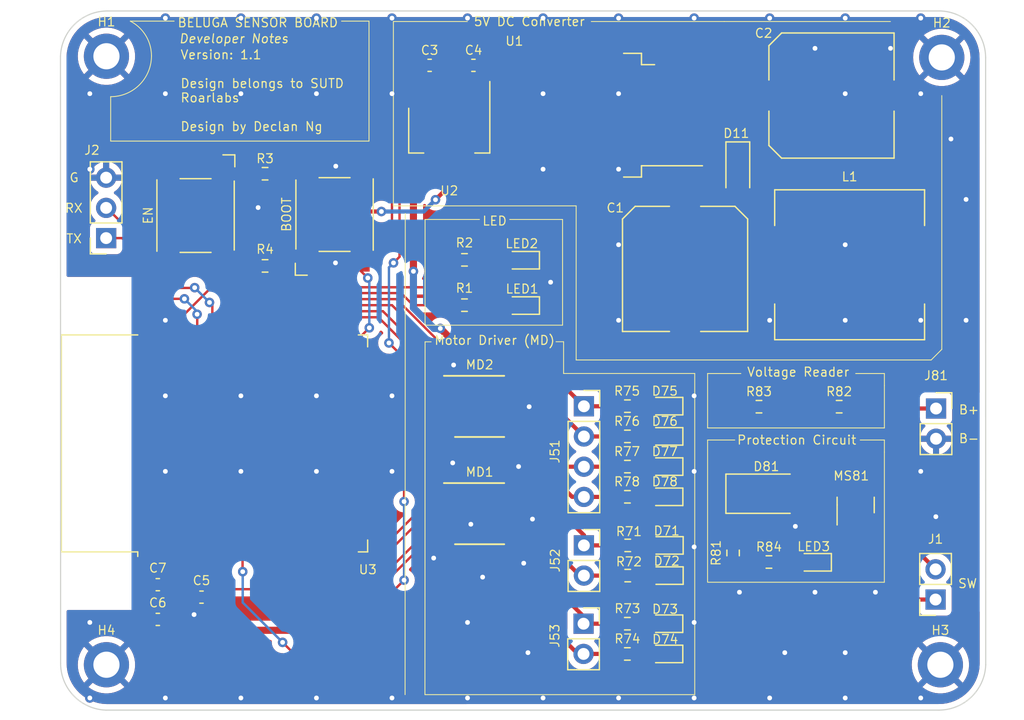
<source format=kicad_pcb>
(kicad_pcb (version 20211014) (generator pcbnew)
  (layers (0 "F.Cu" signal) (31 "B.Cu" signal) (34 "B.Paste" user) (35 "F.Paste" user) (36 "B.SilkS" user "B.Silkscreen") (37 "F.SilkS" user "F.Silkscreen") (38 "B.Mask" user) (39 "F.Mask" user) (44 "Edge.Cuts" user))
  (net 0 "")
  (net 2 "Net-(J1-Pad2)")
  (net 19 "VIN")
  (net 20 "TX")
  (net 21 "RX")
  (net 22 "O3D")
  (net 23 "O3C")
  (net 24 "O3B")
  (net 25 "O3A")
  (net 26 "O2B")
  (net 27 "O2A")
  (net 28 "O1B")
  (net 29 "O1A")
  (net 30 "Net-(LED3-Pad2)")
  (net 31 "Net-(LED2-Pad2)")
  (net 32 "Net-(LED1-Pad2)")
  (net 33 "Net-(D81-Pad2)")
  (net 34 "Net-(D78-Pad2)")
  (net 35 "Net-(D77-Pad2)")
  (net 36 "Net-(D76-Pad2)")
  (net 37 "Net-(D75-Pad2)")
  (net 38 "Net-(D74-Pad2)")
  (net 39 "Net-(D73-Pad2)")
  (net 40 "Net-(D72-Pad2)")
  (net 41 "Net-(D71-Pad2)")
  (net 42 "Net-(D11-Pad1)")
  (net 43 "M3D")
  (net 44 "M3C")
  (net 45 "M3B")
  (net 46 "M3A")
  (net 47 "M2B")
  (net 48 "M2A")
  (net 49 "M1B")
  (net 50 "M1A")
  (net 51 "GND")
  (net 52 "EN")
  (net 53 "BOOT")
  (net 54 "BAT")
  (net 55 "B+")
  (net 56 "3.3V")
  (net 57 "2")
  (net 58 "12V")
  (net 59 "/GPIO22")
  (net 60 "/GPIO21")
  (footprint "Connector_PinSocket_2.54mm:PinSocket_1x02_P2.54mm_Vertical" (layer "F.Cu") (at 187.585 88.773)
    (fp_text reference "J52")
    (fp_text value "MD1")
  )
  (footprint "Connector_PinSocket_2.54mm:PinSocket_1x02_P2.54mm_Vertical" (layer "F.Cu") (at 187.554 95.357)
    (fp_text reference "J53")
    (fp_text value "MD1")
  )
  (footprint "Capacitor_SMD:C_Elec_10x10.2" (layer "F.Cu") (at 196.088 65.532 -90)
    (fp_text reference "C1")
    (fp_text value "470uF")
  )
  (footprint "Resistor_SMD:R_0603_1608Metric" (layer "F.Cu") (at 202.301 77.1144 180)
    (fp_text reference "R83")
    (fp_text value "5K")
  )
  (footprint "LED_SMD:LED_0603_1608Metric" (layer "F.Cu") (at 206.90235 90.1954 180)
    (fp_text reference "LED3")
    (fp_text value "LED")
  )
  (footprint "MountingHole:MountingHole_2.2mm_M2_DIN965_Pad" (layer "F.Cu") (at 217.551 98.8081)
    (fp_text reference "H3")
    (fp_text value "MountingHole_Pad")
  )
  (footprint "LED_SMD:LED_0603_1608Metric" (layer "F.Cu") (at 194.418 79.609 180)
    (fp_text reference "D76")
    (fp_text value "LED")
  )
  (footprint "Capacitor_SMD:C_Elec_10x10.2" (layer "F.Cu") (at 208.397 50.959)
    (fp_text reference "C2")
    (fp_text value "330uF / 35V")
  )
  (footprint "Capacitor_SMD:C_0603_1608Metric" (layer "F.Cu") (at 151.765 94.996 180)
    (fp_text reference "C6")
    (fp_text value "22uF")
  )
  (footprint "Resistor_SMD:R_0603_1608Metric" (layer "F.Cu") (at 191.268 91.313)
    (fp_text reference "R72")
    (fp_text value "R")
  )
  (footprint "Resistor_SMD:R_0603_1608Metric" (layer "F.Cu") (at 177.546 64.77)
    (fp_text reference "R2")
    (fp_text value "1K")
  )
  (footprint "Package_TO_SOT_SMD:TO-263-5_TabPin3" (layer "F.Cu") (at 189.474 52.61 180)
    (fp_text reference "U1")
    (fp_text value "LM2596S-12")
  )
  (footprint "Diode_SMD:D_SMA" (layer "F.Cu") (at 202.9206 84.4296)
    (fp_text reference "D81")
    (fp_text value "SS14")
  )
  (footprint "Button_Switch_SMD:SW_SPST_Omron_B3FS-100xP" (layer "F.Cu") (at 154.94 61.045 -90)
    (fp_text reference "SW1" hide)
    (fp_text value "SW_Push")
  )
  (footprint "LED_SMD:LED_0603_1608Metric" (layer "F.Cu") (at 194.418 82.149 180)
    (fp_text reference "D77")
    (fp_text value "LED")
  )
  (footprint "Package_TO_SOT_SMD:SOT-223-3_TabPin2" (layer "F.Cu") (at 176.266 53.88 -90)
    (fp_text reference "U2")
    (fp_text value "AMS1117-3.3")
  )
  (footprint "Button_Switch_SMD:SW_SPST_Omron_B3FS-100xP" (layer "F.Cu") (at 166.624 60.96 90)
    (fp_text reference "SW2" hide)
    (fp_text value "SW_Push")
  )
  (footprint "Package_SO:SSOP-10_3.9x4.9mm_P1.00mm" (layer "F.Cu") (at 178.816 77.089)
    (fp_text reference "MD2")
    (fp_text value "A3909")
  )
  (footprint "Diode_SMD:D_SOD-123F" (layer "F.Cu") (at 200.523 57.055 -90)
    (fp_text reference "D11")
    (fp_text value "SK32")
  )
  (footprint "Connector_PinSocket_2.54mm:PinSocket_1x02_P2.54mm_Vertical" (layer "F.Cu") (at 217.145 93.325 180)
    (fp_text reference "J1")
    (fp_text value "Conn_01x02_Male")
  )
  (footprint "MountingHole:MountingHole_2.2mm_M2_DIN965_Pad" (layer "F.Cu") (at 147.447 98.806)
    (fp_text reference "H4")
    (fp_text value "MountingHole_Pad")
  )
  (footprint "Connector_PinSocket_2.54mm:PinSocket_1x04_P2.54mm_Vertical" (layer "F.Cu") (at 187.585 77.079)
    (fp_text reference "J51")
    (fp_text value "MD2")
  )
  (footprint "Resistor_SMD:R_0603_1608Metric" (layer "F.Cu") (at 177.546 68.58)
    (fp_text reference "R1")
    (fp_text value "1K")
  )
  (footprint "LED_SMD:LED_0603_1608Metric" (layer "F.Cu") (at 194.443 91.313 180)
    (fp_text reference "D72")
    (fp_text value "LED")
  )
  (footprint "Resistor_SMD:R_0603_1608Metric" (layer "F.Cu") (at 200.1266 89.408 90)
    (fp_text reference "R81")
    (fp_text value "100K")
  )
  (footprint "Inductor_SMD:L_12x12mm_H8mm" (layer "F.Cu") (at 209.921 65.183)
    (fp_text reference "L1")
    (fp_text value "33uH / 3A")
  )
  (footprint "LED_SMD:LED_0603_1608Metric" (layer "F.Cu") (at 194.412 97.897 180)
    (fp_text reference "D74")
    (fp_text value "LED")
  )
  (footprint "Resistor_SMD:R_0603_1608Metric" (layer "F.Cu") (at 191.268 88.773)
    (fp_text reference "R71")
    (fp_text value "R")
  )
  (footprint "Capacitor_SMD:C_0603_1608Metric" (layer "F.Cu") (at 178.298 48.419)
    (fp_text reference "C4")
    (fp_text value "22uF")
  )
  (footprint "Resistor_SMD:R_0603_1608Metric" (layer "F.Cu") (at 191.243 82.149)
    (fp_text reference "R77")
    (fp_text value "R")
  )
  (footprint "Package_SO:SSOP-10_3.9x4.9mm_P1.00mm" (layer "F.Cu") (at 178.816 86.106)
    (fp_text reference "MD1")
    (fp_text value "A3909")
  )
  (footprint "LED_SMD:LED_0603_1608Metric" (layer "F.Cu") (at 182.362 68.612 180)
    (fp_text reference "LED1")
    (fp_text value "LED")
  )
  (footprint "LED_SMD:LED_0603_1608Metric" (layer "F.Cu") (at 194.418 77.069 180)
    (fp_text reference "D75")
    (fp_text value "LED")
  )
  (footprint "Package_TO_SOT_SMD:SOT-23" (layer "F.Cu") (at 210.429 85.376 90)
    (fp_text reference "MS81")
    (fp_text value "RU20P3")
  )
  (footprint "MountingHole:MountingHole_2.2mm_M2_DIN965_Pad" (layer "F.Cu") (at 147.447 47.6549)
    (fp_text reference "H1")
    (fp_text value "MountingHole_Pad")
  )
  (footprint "Resistor_SMD:R_0603_1608Metric" (layer "F.Cu") (at 209.042 77.1144 180)
    (fp_text reference "R82")
    (fp_text value "1K")
  )
  (footprint "LED_SMD:LED_0603_1608Metric" (layer "F.Cu") (at 194.412 95.357 180)
    (fp_text reference "D73")
    (fp_text value "LED")
  )
  (footprint "RF_Module:ESP32-WROOM-32" (layer "F.Cu") (at 159.524 80.2005 90)
    (fp_text reference "U3")
    (fp_text value "ESP32-WROOM-32")
  )
  (footprint "Resistor_SMD:R_0603_1608Metric" (layer "F.Cu") (at 160.782 57.531)
    (fp_text reference "R3")
    (fp_text value "1K")
  )
  (footprint "MountingHole:MountingHole_2.2mm_M2_DIN965_Pad" (layer "F.Cu") (at 217.668 47.752)
    (fp_text reference "H2")
    (fp_text value "MountingHole_Pad")
  )
  (footprint "Capacitor_SMD:C_0603_1608Metric" (layer "F.Cu") (at 155.438 93.123 180)
    (fp_text reference "C5")
    (fp_text value "10uF")
  )
  (footprint "Connector_PinSocket_2.54mm:PinSocket_1x03_P2.54mm_Vertical" (layer "F.Cu") (at 147.4216 62.9412 180)
    (fp_text reference "J2")
    (fp_text value "Conn_01x03_Male")
  )
  (footprint "Resistor_SMD:R_0603_1608Metric" (layer "F.Cu") (at 191.243 77.069)
    (fp_text reference "R75")
    (fp_text value "R")
  )
  (footprint "Capacitor_SMD:C_0603_1608Metric" (layer "F.Cu") (at 174.615 48.419)
    (fp_text reference "C3")
    (fp_text value "22uF")
  )
  (footprint "Connector_PinSocket_2.54mm:PinSocket_1x02_P2.54mm_Vertical" (layer "F.Cu") (at 217.185 77.268)
    (fp_text reference "J81")
    (fp_text value "Conn_01x02_Male")
  )
  (footprint "Resistor_SMD:R_0603_1608Metric" (layer "F.Cu") (at 203.139475 90.17)
    (fp_text reference "R84")
    (fp_text value "1K")
  )
  (footprint "Resistor_SMD:R_0603_1608Metric" (layer "F.Cu") (at 191.237 95.357)
    (fp_text reference "R73")
    (fp_text value "R")
  )
  (footprint "Resistor_SMD:R_0603_1608Metric" (layer "F.Cu") (at 160.782 65.278 180)
    (fp_text reference "R4")
    (fp_text value "1K")
  )
  (footprint "LED_SMD:LED_0603_1608Metric" (layer "F.Cu") (at 182.362 64.802 180)
    (fp_text reference "LED2")
    (fp_text value "LED")
  )
  (footprint "Resistor_SMD:R_0603_1608Metric" (layer "F.Cu") (at 191.243 84.689)
    (fp_text reference "R78")
    (fp_text value "R")
  )
  (footprint "LED_SMD:LED_0603_1608Metric" (layer "F.Cu") (at 194.443 88.773 180)
    (fp_text reference "D71")
    (fp_text value "LED")
  )
  (footprint "LED_SMD:LED_0603_1608Metric" (layer "F.Cu") (at 194.418 84.689 180)
    (fp_text reference "D78")
    (fp_text value "LED")
  )
  (footprint "Capacitor_SMD:C_0603_1608Metric" (layer "F.Cu") (at 151.765 92.075 180)
    (fp_text reference "C7")
    (fp_text value "0.1uF")
  )
  (footprint "Resistor_SMD:R_0603_1608Metric" (layer "F.Cu") (at 191.237 97.897)
    (fp_text reference "R74")
    (fp_text value "R")
  )
  (footprint "Resistor_SMD:R_0603_1608Metric" (layer "F.Cu") (at 191.243 79.609)
    (fp_text reference "R76")
    (fp_text value "R")
  )
  (gr_line (start 197.9803 91.821) (end 197.983 79.915) (layer "F.SilkS") (width 0.075))
  (gr_line (start 185.791 61.373) (end 185.791 70.263) (layer "F.SilkS") (width 0.075))
  (gr_line (start 167.2082 44.704) (end 169.5196 44.704) (layer "F.SilkS") (width 0.075))
  (gr_line (start 174.234 71.66) (end 174.2186 101.3206) (layer "F.SilkS") (width 0.075))
  (gr_line (start 149.453731 44.704) (end 153.136731 44.704) (layer "F.SilkS") (width 0.075))
  (gr_line (start 210.429 74.327) (end 212.842 74.327) (layer "F.SilkS") (width 0.075))
  (gr_line (start 171.567 44.736) (end 177.79 44.736) (layer "F.SilkS") (width 0.075))
  (gr_line (start 189.2835 73.184) (end 216.779 73.184) (layer "F.SilkS") (width 0.075))
  (gr_line (start 171.567 44.736) (end 171.567 60.23) (layer "F.SilkS") (width 0.075))
  (gr_line (start 147.802731 51.054) (end 147.8026 54.7878) (layer "F.SilkS") (width 0.075))
  (gr_line (start 217.668 72.295) (end 216.779 73.184) (layer "F.SilkS") (width 0.075))
  (gr_line (start 212.8393 91.8718) (end 197.9803 91.8718) (layer "F.SilkS") (width 0.075))
  (gr_line (start 172.5676 60.865) (end 172.5522 101.3206) (layer "F.SilkS") (width 0.075))
  (gr_line (start 174.234 70.263) (end 174.234 61.373) (layer "F.SilkS") (width 0.075))
  (gr_line (start 212.842 80.931) (end 212.842 79.915) (layer "F.SilkS") (width 0.075))
  (gr_line (start 197.983 74.327) (end 197.983 78.899) (layer "F.SilkS") (width 0.075))
  (gr_line (start 199.38 44.736) (end 188.204 44.736) (layer "F.SilkS") (width 0.075))
  (gr_line (start 186.934 60.23) (end 186.934 73.184) (layer "F.SilkS") (width 0.075))
  (gr_line (start 196.9008 101.3206) (end 196.9008 74.3204) (layer "F.SilkS") (width 0.075))
  (gr_line (start 174.234 70.263) (end 185.791 70.263) (layer "F.SilkS") (width 0.075))
  (gr_line (start 185.2422 71.6534) (end 185.8772 71.6534) (layer "F.SilkS") (width 0.075))
  (gr_line (start 171.567 60.23) (end 186.934 60.23) (layer "F.SilkS") (width 0.075))
  (gr_line (start 212.842 79.915) (end 210.81 79.915) (layer "F.SilkS") (width 0.075))
  (gr_line (start 174.234 71.66) (end 174.742 71.66) (layer "F.SilkS") (width 0.075))
  (gr_line (start 169.5196 44.704) (end 169.5196 54.7878) (layer "F.SilkS") (width 0.075))
  (gr_arc (start 151.231731 47.625) (mid 150.2274 50.049669) (end 147.802731 51.054) (layer "F.SilkS") (width 0.075))
  (gr_line (start 212.842 80.931) (end 212.8393 91.8718) (layer "F.SilkS") (width 0.075))
  (gr_line (start 213.35 44.736) (end 199.38 44.736) (layer "F.SilkS") (width 0.075))
  (gr_line (start 181.346 61.373) (end 185.791 61.373) (layer "F.SilkS") (width 0.075))
  (gr_arc (start 149.453731 44.704) (mid 150.752276 45.915211) (end 151.231731 47.625) (layer "F.SilkS") (width 0.075))
  (gr_line (start 200.269 79.915) (end 197.983 79.915) (layer "F.SilkS") (width 0.075))
  (gr_line (start 174.234 61.373) (end 178.806 61.373) (layer "F.SilkS") (width 0.075))
  (gr_line (start 212.842 78.899) (end 212.842 75.343) (layer "F.SilkS") (width 0.075))
  (gr_line (start 147.8026 54.7878) (end 169.5196 54.7878) (layer "F.SilkS") (width 0.075))
  (gr_line (start 197.983 74.327) (end 200.777 74.327) (layer "F.SilkS") (width 0.075))
  (gr_line (start 189.2835 73.184) (end 186.934 73.184) (layer "F.SilkS") (width 0.075))
  (gr_line (start 197.983 78.899) (end 212.842 78.899) (layer "F.SilkS") (width 0.075))
  (gr_line (start 185.8772 74.3204) (end 185.8772 71.6534) (layer "F.SilkS") (width 0.075))
  (gr_line (start 217.668 72.295) (end 217.668 50.959) (layer "F.SilkS") (width 0.075))
  (gr_line (start 196.9008 74.3204) (end 185.8772 74.3204) (layer "F.SilkS") (width 0.075))
  (gr_line (start 212.842 74.327) (end 212.842 75.343) (layer "F.SilkS") (width 0.075))
  (gr_line (start 174.2186 101.3206) (end 196.9008 101.3206) (layer "F.SilkS") (width 0.075))
  (gr_arc (start 143.583058 47.66087) (mid 144.780017 44.958032) (end 147.520057 43.848823) (layer "Edge.Cuts") (width 0.1))
  (gr_arc (start 217.541 43.847001) (mid 220.243872 45.043942) (end 221.353047 47.784) (layer "Edge.Cuts") (width 0.1))
  (gr_line (start 217.541 43.847001) (end 147.520057 43.848823) (layer "Edge.Cuts") (width 0.1))
  (gr_arc (start 147.405104 102.619922) (mid 144.702203 101.422996) (end 143.593057 98.682923) (layer "Edge.Cuts") (width 0.1))
  (gr_line (start 221.353047 47.784) (end 221.361 98.8081) (layer "Edge.Cuts") (width 0.1))
  (gr_arc (start 221.361 98.8081) (mid 220.163352 101.509651) (end 217.424 102.6181) (layer "Edge.Cuts") (width 0.1))
  (gr_line (start 143.583058 47.66087) (end 143.593057 98.682923) (layer "Edge.Cuts") (width 0.1))
  (gr_line (start 147.405104 102.619922) (end 217.424 102.6181) (layer "Edge.Cuts") (width 0.1))
  (gr_text "Version: 1.1\n\nDesign belongs to SUTD \nRoarlabs\n\nDesign by Declan Ng" (at 153.6192 50.546) (layer "F.SilkS") (effects (font (size 0.75 0.75) (thickness 0.1)) (justify left)))
  (gr_text "Voltage Reader" (at 205.603 74.2) (layer "F.SilkS") (effects (font (size 0.75 0.75) (thickness 0.1))))
  (gr_text "G\n" (at 144.7292 57.8612) (layer "F.SilkS") (effects (font (size 0.75 0.75) (thickness 0.1))))
  (gr_text "SW" (at 219.837 91.98) (layer "F.SilkS") (effects (font (size 0.75 0.75) (thickness 0.1))))
  (gr_text "Motor Driver (MD)" (at 180.076 71.533) (layer "F.SilkS") (effects (font (size 0.75 0.75) (thickness 0.1))))
  (gr_text "TX" (at 144.7292 62.992) (layer "F.SilkS") (effects (font (size 0.75 0.75) (thickness 0.1))))
  (gr_text "Protection Circuit" (at 205.476 79.915) (layer "F.SilkS") (effects (font (size 0.75 0.75) (thickness 0.1))))
  (gr_text "B+" (at 219.954 77.375) (layer "F.SilkS") (effects (font (size 0.75 0.75) (thickness 0.1))))
  (gr_text "EN" (at 150.9522 61.0362 90) (layer "F.SilkS") (effects (font (size 0.75 0.75) (thickness 0.1))))
  (gr_text "BOOT" (at 162.5854 60.96 90) (layer "F.SilkS") (effects (font (size 0.75 0.75) (thickness 0.1))))
  (gr_text "BELUGA SENSOR BOARD" (at 160.1724 44.831) (layer "F.SilkS") (effects (font (size 0.75 0.75) (thickness 0.1))))
  (gr_text "B-" (at 219.954 79.788) (layer "F.SilkS") (effects (font (size 0.75 0.75) (thickness 0.1))))
  (gr_text "5V DC Converter" (at 182.997 44.736) (layer "F.SilkS") (effects (font (size 0.75 0.75) (thickness 0.1))))
  (gr_text "LED" (at 180.076 61.5) (layer "F.SilkS") (effects (font (size 0.75 0.75) (thickness 0.1))))
  (gr_text "Developer Notes" (at 158.1658 46.1772) (layer "F.SilkS") (effects (font (size 0.75 0.75) (thickness 0.1) italic)))
  (gr_text "RX" (at 144.7038 60.4266) (layer "F.SilkS") (effects (font (size 0.75 0.75) (thickness 0.1))))
  (segment (start 217.185 77.268) (end 214.981 77.268) (width 0.35) (layer "F.Cu") (net 2))
  (segment (start 215.9 89.408) (end 215.9 89.54) (width 0.35) (layer "F.Cu") (net 2))
  (segment (start 215.9 89.54) (end 217.145 90.785) (width 0.35) (layer "F.Cu") (net 2))
  (segment (start 213.477 86.985) (end 215.9 89.408) (width 0.35) (layer "F.Cu") (net 2))
  (segment (start 213.477 78.772) (end 213.477 86.985) (width 0.35) (layer "F.Cu") (net 2))
  (segment (start 214.981 77.268) (end 213.477 78.772) (width 0.35) (layer "F.Cu") (net 2))
  (segment (start 210.429 84.6925) (end 210.429 82.963) (width 0.6) (layer "F.Cu") (net 19))
  (segment (start 199.0598 63.1444) (end 199.0598 82.5688) (width 1.5) (layer "F.Cu") (net 19))
  (segment (start 201.708 81.058) (end 199.1106 78.4606) (width 0.6) (layer "F.Cu") (net 19))
  (segment (start 208.524 81.058) (end 201.708 81.058) (width 0.6) (layer "F.Cu") (net 19))
  (segment (start 199.0598 82.5688) (end 200.9206 84.4296) (width 1.5) (layer "F.Cu") (net 19))
  (segment (start 210.429 82.963) (end 208.524 81.058) (width 0.6) (layer "F.Cu") (net 19))
  (segment (start 196.084 60.1686) (end 199.0598 63.1444) (width 1.5) (layer "F.Cu") (net 19))
  (segment (start 196.084 56.137) (end 196.084 60.1686) (width 1.5) (layer "F.Cu") (net 19))
  (segment (start 150.5204 64.6938) (end 148.7678 62.9412) (width 0.2) (layer "F.Cu") (net 20))
  (segment (start 150.5204 66.5734) (end 150.5204 64.6938) (width 0.2) (layer "F.Cu") (net 20))
  (segment (start 155.067 69.342) (end 155.079 69.354) (width 0.2) (layer "F.Cu") (net 20))
  (segment (start 155.079 69.354) (end 155.079 71.7005) (width 0.2) (layer "F.Cu") (net 20))
  (segment (start 154.0002 68.0466) (end 151.9936 68.0466) (width 0.2) (layer "F.Cu") (net 20))
  (segment (start 151.9936 68.0466) (end 150.5204 66.5734) (width 0.2) (layer "F.Cu") (net 20))
  (segment (start 148.7678 62.9412) (end 147.4216 62.9412) (width 0.2) (layer "F.Cu") (net 20))
  (via (at 155.067 69.342) (size 0.8) (drill 0.4) (layers "F.Cu" "B.Cu") (net 20))
  (via (at 154.0002 68.0466) (size 0.8) (drill 0.4) (layers "F.Cu" "B.Cu") (net 20))
  (segment (start 155.067 69.1134) (end 155.067 69.342) (width 0.2) (layer "B.Cu") (net 20))
  (segment (start 154.0002 68.0466) (end 155.067 69.1134) (width 0.2) (layer "B.Cu") (net 20))
  (segment (start 147.4724 60.4012) (end 147.4216 60.4012) (width 0.2) (layer "F.Cu") (net 21))
  (segment (start 151.0284 63.9572) (end 147.4724 60.4012) (width 0.2) (layer "F.Cu") (net 21))
  (segment (start 154.8384 67.1322) (end 151.7142 67.1322) (width 0.2) (layer "F.Cu") (net 21))
  (segment (start 154.8638 67.1068) (end 154.8384 67.1322) (width 0.2) (layer "F.Cu") (net 21))
  (segment (start 156.1084 68.3514) (end 156.349 68.592) (width 0.2) (layer "F.Cu") (net 21))
  (segment (start 151.0284 66.4464) (end 151.0284 63.9572) (width 0.2) (layer "F.Cu") (net 21))
  (segment (start 156.349 68.592) (end 156.349 71.7005) (width 0.2) (layer "F.Cu") (net 21))
  (segment (start 151.7142 67.1322) (end 151.0284 66.4464) (width 0.2) (layer "F.Cu") (net 21))
  (via (at 154.8638 67.1068) (size 0.8) (drill 0.4) (layers "F.Cu" "B.Cu") (net 21))
  (via (at 156.1084 68.3514) (size 0.8) (drill 0.4) (layers "F.Cu" "B.Cu") (net 21))
  (segment (start 154.8638 67.1068) (end 156.1084 68.3514) (width 0.2) (layer "B.Cu") (net 21))
  (segment (start 181.366 79.089) (end 181.366 79.4612) (width 0.35) (layer "F.Cu") (net 22))
  (segment (start 181.366 79.4612) (end 186.5884 84.6836) (width 0.35) (layer "F.Cu") (net 22))
  (segment (start 187.5696 84.6836) (end 187.585 84.699) (width 0.35) (layer "F.Cu") (net 22))
  (segment (start 186.5884 84.6836) (end 187.5696 84.6836) (width 0.35) (layer "F.Cu") (net 22))
  (segment (start 190.408 84.699) (end 190.418 84.689) (width 0.35) (layer "F.Cu") (net 22))
  (segment (start 187.585 84.699) (end 190.408 84.699) (width 0.35) (layer "F.Cu") (net 22))
  (segment (start 187.585 82.159) (end 190.408 82.159) (width 0.35) (layer "F.Cu") (net 23))
  (segment (start 186.1974 82.159) (end 187.585 82.159) (width 0.35) (layer "F.Cu") (net 23))
  (segment (start 181.366 78.089) (end 182.1274 78.089) (width 0.35) (layer "F.Cu") (net 23))
  (segment (start 190.408 82.159) (end 190.418 82.149) (width 0.35) (layer "F.Cu") (net 23))
  (segment (start 182.1274 78.089) (end 186.1974 82.159) (width 0.35) (layer "F.Cu") (net 23))
  (segment (start 181.366 76.089) (end 184.055 76.089) (width 0.35) (layer "F.Cu") (net 24))
  (segment (start 184.055 76.089) (end 187.585 79.619) (width 0.35) (layer "F.Cu") (net 24))
  (segment (start 187.585 79.619) (end 190.408 79.619) (width 0.35) (layer "F.Cu") (net 24))
  (segment (start 190.408 79.619) (end 190.418 79.609) (width 0.35) (layer "F.Cu") (net 24))
  (segment (start 187.585 77.079) (end 190.408 77.079) (width 0.35) (layer "F.Cu") (net 25))
  (segment (start 190.408 77.079) (end 190.418 77.069) (width 0.35) (layer "F.Cu") (net 25))
  (segment (start 181.366 75.089) (end 185.595 75.089) (width 0.35) (layer "F.Cu") (net 25))
  (segment (start 185.595 75.089) (end 187.585 77.079) (width 0.35) (layer "F.Cu") (net 25))
  (segment (start 181.366 92.1866) (end 187.0764 97.897) (width 0.35) (layer "F.Cu") (net 26))
  (segment (start 187.0764 97.897) (end 187.554 97.897) (width 0.35) (layer "F.Cu") (net 26))
  (segment (start 187.554 97.897) (end 190.412 97.897) (width 0.35) (layer "F.Cu") (net 26))
  (segment (start 181.366 88.106) (end 181.366 92.1866) (width 0.35) (layer "F.Cu") (net 26))
  (segment (start 190.285 97.897) (end 190.265 97.917) (width 0.2) (layer "F.Cu") (net 26))
  (segment (start 190.265 97.917) (end 187.579 97.917) (width 0.2) (layer "F.Cu") (net 26))
  (segment (start 187.579 95.377) (end 190.265 95.377) (width 0.2) (layer "F.Cu") (net 27))
  (segment (start 183.6674 90.8558) (end 187.554 94.7424) (width 0.35) (layer "F.Cu") (net 27))
  (segment (start 187.554 94.7424) (end 187.554 95.357) (width 0.35) (layer "F.Cu") (net 27))
  (segment (start 187.554 95.357) (end 190.412 95.357) (width 0.35) (layer "F.Cu") (net 27))
  (segment (start 183.6674 88.9762) (end 183.6674 90.8558) (width 0.35) (layer "F.Cu") (net 27))
  (segment (start 190.265 95.377) (end 190.285 95.357) (width 0.2) (layer "F.Cu") (net 27))
  (segment (start 181.366 87.106) (end 181.7972 87.106) (width 0.35) (layer "F.Cu") (net 27))
  (segment (start 181.7972 87.106) (end 183.6674 88.9762) (width 0.35) (layer "F.Cu") (net 27))
  (segment (start 185.4708 89.535) (end 187.2488 91.313) (width 0.35) (layer "F.Cu") (net 28))
  (segment (start 183.4548 85.106) (end 185.4708 87.122) (width 0.35) (layer "F.Cu") (net 28))
  (segment (start 185.4708 87.122) (end 185.4708 89.535) (width 0.35) (layer "F.Cu") (net 28))
  (segment (start 187.2488 91.313) (end 187.585 91.313) (width 0.35) (layer "F.Cu") (net 28))
  (segment (start 187.585 91.313) (end 190.443 91.313) (width 0.35) (layer "F.Cu") (net 28))
  (segment (start 181.366 85.106) (end 183.4548 85.106) (width 0.35) (layer "F.Cu") (net 28))
  (segment (start 181.366 84.106) (end 183.7756 84.106) (width 0.35) (layer "F.Cu") (net 29))
  (segment (start 187.61 88.793) (end 190.296 88.793) (width 0.2) (layer "F.Cu") (net 29))
  (segment (start 183.7756 84.106) (end 187.585 87.9154) (width 0.35) (layer "F.Cu") (net 29))
  (segment (start 187.585 88.773) (end 190.443 88.773) (width 0.35) (layer "F.Cu") (net 29))
  (segment (start 190.296 88.793) (end 190.316 88.773) (width 0.2) (layer "F.Cu") (net 29))
  (segment (start 187.585 87.9154) (end 187.585 88.773) (width 0.35) (layer "F.Cu") (net 29))
  (segment (start 204.17135 90.1954) (end 205.98785 90.1954) (width 0.2) (layer "F.Cu") (net 30))
  (segment (start 178.297 64.802) (end 181.6615 64.802) (width 0.2) (layer "F.Cu") (net 31))
  (segment (start 178.297 68.612) (end 181.6615 68.612) (width 0.2) (layer "F.Cu") (net 32))
  (segment (start 204.968 83.852) (end 207.894 83.852) (width 0.2) (layer "F.Cu") (net 33))
  (segment (start 209.479 85.437) (end 209.479 88.40625) (width 0.2) (layer "F.Cu") (net 33))
  (segment (start 207.894 83.852) (end 209.479 85.437) (width 0.2) (layer "F.Cu") (net 33))
  (segment (start 200.237 88.583) (end 204.968 83.852) (width 0.2) (layer "F.Cu") (net 33))
  (segment (start 209.479 88.40625) (end 207.68985 90.1954) (width 0.2) (layer "F.Cu") (net 33))
  (segment (start 191.941 84.689) (end 193.6305 84.689) (width 0.2) (layer "F.Cu") (net 34))
  (segment (start 191.941 82.149) (end 193.5035 82.149) (width 0.2) (layer "F.Cu") (net 35))
  (segment (start 191.941 79.609) (end 193.6305 79.609) (width 0.2) (layer "F.Cu") (net 36))
  (segment (start 191.941 77.069) (end 193.6305 77.069) (width 0.2) (layer "F.Cu") (net 37))
  (segment (start 191.935 97.897) (end 193.7515 97.897) (width 0.2) (layer "F.Cu") (net 38))
  (segment (start 191.935 95.357) (end 193.726 95.357) (width 0.2) (layer "F.Cu") (net 39))
  (segment (start 191.966 91.313) (end 193.7825 91.313) (width 0.2) (layer "F.Cu") (net 40))
  (segment (start 191.966 88.773) (end 193.7825 88.773) (width 0.2) (layer "F.Cu") (net 41))
  (segment (start 199.302 54.437) (end 196.084 54.437) (width 1.5) (layer "F.Cu") (net 42))
  (segment (start 204.971 66.072) (end 204.971 60.106) (width 1.5) (layer "F.Cu") (net 42))
  (segment (start 204.971 60.106) (end 199.302 54.437) (width 1.5) (layer "F.Cu") (net 42))
  (segment (start 170.307 69.596) (end 173.228 72.517) (width 0.2) (layer "F.Cu") (net 43))
  (segment (start 173.228 72.517) (end 173.228 76.581) (width 0.2) (layer "F.Cu") (net 43))
  (segment (start 165.239 70.727) (end 166.37 69.596) (width 0.2) (layer "F.Cu") (net 43))
  (segment (start 165.239 71.7005) (end 165.239 70.727) (width 0.2) (layer "F.Cu") (net 43))
  (segment (start 173.228 76.581) (end 175.736 79.089) (width 0.2) (layer "F.Cu") (net 43))
  (segment (start 166.37 69.596) (end 170.307 69.596) (width 0.2) (layer "F.Cu") (net 43))
  (segment (start 173.863 76.454) (end 175.498 78.089) (width 0.2) (layer "F.Cu") (net 44))
  (segment (start 173.863 72.263) (end 173.863 76.454) (width 0.2) (layer "F.Cu") (net 44))
  (segment (start 163.969 71.7005) (end 163.969 70.727) (width 0.2) (layer "F.Cu") (net 44))
  (segment (start 175.498 78.089) (end 176.266 78.089) (width 0.2) (layer "F.Cu") (net 44))
  (segment (start 170.688 69.088) (end 173.863 72.263) (width 0.2) (layer "F.Cu") (net 44))
  (segment (start 163.969 70.727) (end 165.608 69.088) (width 0.2) (layer "F.Cu") (net 44))
  (segment (start 165.608 69.088) (end 170.688 69.088) (width 0.2) (layer "F.Cu") (net 44))
  (segment (start 174.804 75.032) (end 175.861 76.089) (width 0.2) (layer "F.Cu") (net 45))
  (segment (start 171.45 68.58) (end 174.804 71.934) (width 0.2) (layer "F.Cu") (net 45))
  (segment (start 161.429 70.727) (end 163.576 68.58) (width 0.2) (layer "F.Cu") (net 45))
  (segment (start 175.861 76.089) (end 176.266 76.089) (width 0.2) (layer "F.Cu") (net 45))
  (segment (start 163.576 68.58) (end 171.45 68.58) (width 0.2) (layer "F.Cu") (net 45))
  (segment (start 174.804 71.934) (end 174.804 75.032) (width 0.2) (layer "F.Cu") (net 45))
  (segment (start 161.429 71.7005) (end 161.429 70.727) (width 0.2) (layer "F.Cu") (net 45))
  (segment (start 175.406 71.647) (end 175.406 74.229) (width 0.2) (layer "F.Cu") (net 46))
  (segment (start 160.159 70.981) (end 163.068 68.072) (width 0.2) (layer "F.Cu") (net 46))
  (segment (start 171.831 68.072) (end 175.406 71.647) (width 0.2) (layer "F.Cu") (net 46))
  (segment (start 160.159 71.7005) (end 160.159 70.981) (width 0.2) (layer "F.Cu") (net 46))
  (segment (start 175.406 74.229) (end 176.266 75.089) (width 0.2) (layer "F.Cu") (net 46))
  (segment (start 163.068 68.072) (end 171.831 68.072) (width 0.2) (layer "F.Cu") (net 46))
  (segment (start 163.2225 91.694) (end 171.069 91.694) (width 0.2) (layer "F.Cu") (net 47))
  (segment (start 161.429 88.7005) (end 161.429 89.9005) (width 0.2) (layer "F.Cu") (net 47))
  (segment (start 171.069 91.694) (end 174.657 88.106) (width 0.2) (layer "F.Cu") (net 47))
  (segment (start 174.657 88.106) (end 176.266 88.106) (width 0.2) (layer "F.Cu") (net 47))
  (segment (start 161.429 89.9005) (end 163.2225 91.694) (width 0.2) (layer "F.Cu") (net 47))
  (segment (start 163.9845 91.186) (end 170.815 91.186) (width 0.2) (layer "F.Cu") (net 48))
  (segment (start 170.815 91.186) (end 174.895 87.106) (width 0.2) (layer "F.Cu") (net 48))
  (segment (start 162.699 88.7005) (end 162.699 89.9005) (width 0.2) (layer "F.Cu") (net 48))
  (segment (start 176.266 87.106) (end 174.895 87.106) (width 0.2) (layer "F.Cu") (net 48))
  (segment (start 162.699 89.9005) (end 163.9845 91.186) (width 0.2) (layer "F.Cu") (net 48))
  (segment (start 175.387 85.09) (end 175.845 85.09) (width 0.2) (layer "F.Cu") (net 49))
  (segment (start 175.861 85.106) (end 176.266 85.106) (width 0.2) (layer "F.Cu") (net 49))
  (segment (start 164.7465 90.678) (end 169.799 90.678) (width 0.2) (layer "F.Cu") (net 49))
  (segment (start 175.845 85.09) (end 175.861 85.106) (width 0.2) (layer "F.Cu") (net 49))
  (segment (start 169.799 90.678) (end 175.387 85.09) (width 0.2) (layer "F.Cu") (net 49))
  (segment (start 163.969 88.7005) (end 163.969 89.9005) (width 0.2) (layer "F.Cu") (net 49))
  (segment (start 163.969 89.9005) (end 164.7465 90.678) (width 0.2) (layer "F.Cu") (net 49))
  (segment (start 175.482 84.106) (end 176.625 84.106) (width 0.2) (layer "F.Cu") (net 50))
  (segment (start 165.239 89.9005) (end 165.5085 90.17) (width 0.2) (layer "F.Cu") (net 50))
  (segment (start 165.239 88.7005) (end 165.239 89.9005) (width 0.2) (layer "F.Cu") (net 50))
  (segment (start 165.5085 90.17) (end 169.418 90.17) (width 0.2) (layer "F.Cu") (net 50))
  (segment (start 169.418 90.17) (end 175.482 84.106) (width 0.2) (layer "F.Cu") (net 50))
  (via (at 196.85 44.45) (size 0.8) (drill 0.4) (layers "F.Cu" "B.Cu") (net 51))
  (via (at 152.4 101.6) (size 0.8) (drill 0.4) (layers "F.Cu" "B.Cu") (net 51))
  (via (at 182.9816 77.1144) (size 0.8) (drill 0.4) (layers "F.Cu" "B.Cu") (net 51))
  (via (at 209.55 101.6) (size 0.8) (drill 0.4) (layers "F.Cu" "B.Cu") (net 51))
  (via (at 215.9 44.45) (size 0.8) (drill 0.4) (layers "F.Cu" "B.Cu") (net 51))
  (via (at 158.75 82.55) (size 0.8) (drill 0.4) (layers "F.Cu" "B.Cu") (net 51))
  (via (at 196.85 76.2) (size 0.8) (drill 0.4) (layers "F.Cu" "B.Cu") (net 51))
  (via (at 209.55 50.8) (size 0.8) (drill 0.4) (layers "F.Cu" "B.Cu") (net 51))
  (via (at 158.75 101.6) (size 0.8) (drill 0.4) (layers "F.Cu" "B.Cu") (net 51))
  (via (at 146.05 95.25) (size 0.8) (drill 0.4) (layers "F.Cu" "B.Cu") (net 51))
  (via (at 190.5 69.85) (size 0.8) (drill 0.4) (layers "F.Cu" "B.Cu") (net 51))
  (via (at 176.5554 81.8388) (size 0.8) (drill 0.4) (layers "F.Cu" "B.Cu") (net 51))
  (via (at 165.1 76.2) (size 0.8) (drill 0.4) (layers "F.Cu" "B.Cu") (net 51))
  (via (at 207.01 46.99) (size 0.8) (drill 0.4) (layers "F.Cu" "B.Cu") (net 51))
  (via (at 179.07 91.44) (size 0.8) (drill 0.4) (layers "F.Cu" "B.Cu") (net 51))
  (via (at 158.75 44.45) (size 0.8) (drill 0.4) (layers "F.Cu" "B.Cu") (net 51))
  (via (at 190.5 101.6) (size 0.8) (drill 0.4) (layers "F.Cu" "B.Cu") (net 51))
  (via (at 184.15 44.45) (size 0.8) (drill 0.4) (layers "F.Cu" "B.Cu") (net 51))
  (via (at 158.75 76.2) (size 0.8) (drill 0.4) (layers "F.Cu" "B.Cu") (net 51))
  (via (at 203.2 101.6) (size 0.8) (drill 0.4) (layers "F.Cu" "B.Cu") (net 51))
  (via (at 152.4 50.8) (size 0.8) (drill 0.4) (layers "F.Cu" "B.Cu") (net 51))
  (via (at 203.2 69.85) (size 0.8) (drill 0.4) (layers "F.Cu" "B.Cu") (net 51))
  (via (at 184.15 101.6) (size 0.8) (drill 0.4) (layers "F.Cu" "B.Cu") (net 51))
  (via (at 182.88 97.79) (size 0.8) (drill 0.4) (layers "F.Cu" "B.Cu") (net 51))
  (via (at 174.9552 89.8398) (size 0.8) (drill 0.4) (layers "F.Cu" "B.Cu") (net 51))
  (via (at 190.5 63.5) (size 0.8) (drill 0.4) (layers "F.Cu" "B.Cu") (net 51))
  (via (at 196.85 88.9) (size 0.8) (drill 0.4) (layers "F.Cu" "B.Cu") (net 51))
  (via (at 182.5244 90.2716) (size 0.8) (drill 0.4) (layers "F.Cu" "B.Cu") (net 51))
  (via (at 146.05 57.15) (size 0.8) (drill 0.4) (layers "F.Cu" "B.Cu") (net 51))
  (via (at 218.44 54.61) (size 0.8) (drill 0.4) (layers "F.Cu" "B.Cu") (net 51))
  (via (at 215.9 69.85) (size 0.8) (drill 0.4) (layers "F.Cu" "B.Cu") (net 51))
  (via (at 212.09 92.71) (size 0.8) (drill 0.4) (layers "F.Cu" "B.Cu") (net 51))
  (via (at 184.15 50.8) (size 0.8) (drill 0.4) (layers "F.Cu" "B.Cu") (net 51))
  (via (at 152.4 82.55) (size 0.8) (drill 0.4) (layers "F.Cu" "B.Cu") (net 51))
  (via (at 183.261 86.5632) (size 0.8) (drill 0.4) (layers "F.Cu" "B.Cu") (net 51))
  (via (at 146.05 50.8) (size 0.8) (drill 0.4) (layers "F.Cu" "B.Cu") (net 51))
  (via (at 200.66 92.71) (size 0.8) (drill 0.4) (layers "F.Cu" "B.Cu") (net 51))
  (via (at 196.85 101.6) (size 0.8) (drill 0.4) (layers "F.Cu" "B.Cu") (net 51))
  (via (at 171.45 101.6) (size 0.8) (drill 0.4) (layers "F.Cu" "B.Cu") (net 51))
  (via (at 204.47 97.79) (size 0.8) (drill 0.4) (layers "F.Cu" "B.Cu") (net 51))
  (via (at 166.7002 65.024) (size 0.8) (drill 0.4) (layers "F.Cu" "B.Cu") (net 51))
  (via (at 190.5 44.45) (size 0.8) (drill 0.4) (layers "F.Cu" "B.Cu") (net 51))
  (via (at 215.9 101.6) (size 0.8) (drill 0.4) (layers "F.Cu" "B.Cu") (net 51))
  (via (at 207.01 92.71) (size 0.8) (drill 0.4) (layers "F.Cu" "B.Cu") (net 51))
  (via (at 158.75 50.8) (size 0.8) (drill 0.4) (layers "F.Cu" "B.Cu") (net 51))
  (via (at 213.36 46.99) (size 0.8) (drill 0.4) (layers "F.Cu" "B.Cu") (net 51))
  (via (at 196.85 95.25) (size 0.8) (drill 0.4) (layers "F.Cu" "B.Cu") (net 51))
  (via (at 196.85 82.55) (size 0.8) (drill 0.4) (layers "F.Cu" "B.Cu") (net 51))
  (via (at 182.0926 82.1436) (size 0.8) (drill 0.4) (layers "F.Cu" "B.Cu") (net 51))
  (via (at 171.45 76.2) (size 0.8) (drill 0.4) (layers "F.Cu" "B.Cu") (net 51))
  (via (at 165.1 101.6) (size 0.8) (drill 0.4) (layers "F.Cu" "B.Cu") (net 51))
  (via (at 203.2 44.45) (size 0.8) (drill 0.4) (layers "F.Cu" "B.Cu") (net 51))
  (via (at 177.8 44.45) (size 0.8) (drill 0.4) (layers "F.Cu" "B.Cu") (net 51))
  (via (at 219.71 59.69) (size 0.8) (drill 0.4) (layers "F.Cu" "B.Cu") (net 51))
  (via (at 209.55 44.45) (size 0.8) (drill 0.4) (layers "F.Cu" "B.Cu") (net 51))
  (via (at 215.9 50.8) (size 0.8) (drill 0.4) (layers "F.Cu" "B.Cu") (net 51))
  (via (at 215.9 82.55) (size 0.8) (drill 0.4) (layers "F.Cu" "B.Cu") (net 51))
  (via (at 152.4 44.45) (size 0.8) (drill 0.4) (layers "F.Cu" "B.Cu") (net 51))
  (via (at 177.8 101.6) (size 0.8) (drill 0.4) (layers "F.Cu" "B.Cu") (net 51))
  (via (at 184.785 66.6496) (size 0.8) (drill 0.4) (layers "F.Cu" "B.Cu") (net 51))
  (via (at 165.1 50.8) (size 0.8) (drill 0.4) (layers "F.Cu" "B.Cu") (net 51))
  (via (at 165.1 82.55) (size 0.8) (drill 0.4) (layers "F.Cu" "B.Cu") (net 51))
  (via (at 176.6316 73.6092) (size 0.8) (drill 0.4) (layers "F.Cu" "B.Cu") (net 51))
  (via (at 219.71 69.85) (size 0.8) (drill 0.4) (layers "F.Cu" "B.Cu") (net 51))
  (via (at 217.17 86.36) (size 0.8) (drill 0.4) (layers "F.Cu" "B.Cu") (net 51))
  (via (at 165.1 44.45) (size 0.8) (drill 0.4) (layers "F.Cu" "B.Cu") (net 51))
  (via (at 209.55 97.79) (size 0.8) (drill 0.4) (layers "F.Cu" "B.Cu") (net 51))
  (via (at 152.4 69.85) (size 0.8) (drill 0.4) (layers "F.Cu" "B.Cu") (net 51))
  (via (at 205.359 87.1728) (size 0.8) (drill 0.4) (layers "F.Cu" "B.Cu") (net 51))
  (via (at 171.45 50.8) (size 0.8) (drill 0.4) (layers "F.Cu" "B.Cu") (net 51))
  (via (at 178.0794 86.995) (size 0.8) (drill 0.4) (layers "F.Cu" "B.Cu") (net 51))
  (via (at 184.15 57.15) (size 0.8) (drill 0.4) (layers "F.Cu" "B.Cu") (net 51))
  (via (at 154.813 94.5896) (size 0.8) (drill 0.4) (layers "F.Cu" "B.Cu") (net 51))
  (via (at 160.1978 60.3758) (size 0.8) (drill 0.4) (layers "F.Cu" "B.Cu") (net 51))
  (via (at 171.45 44.45) (size 0.8) (drill 0.4) (layers "F.Cu" "B.Cu") (net 51))
  (via (at 209.55 63.5) (size 0.8) (drill 0.4) (layers "F.Cu" "B.Cu") (net 51))
  (via (at 171.45 82.55) (size 0.8) (drill 0.4) (layers "F.Cu" "B.Cu") (net 51))
  (via (at 152.4 76.2) (size 0.8) (drill 0.4) (layers "F.Cu" "B.Cu") (net 51))
  (via (at 166.7256 56.896) (size 0.8) (drill 0.4) (layers "F.Cu" "B.Cu") (net 51))
  (via (at 146.05 101.6) (size 0.8) (drill 0.4) (layers "F.Cu" "B.Cu") (net 51))
  (via (at 209.55 69.85) (size 0.8) (drill 0.4) (layers "F.Cu" "B.Cu") (net 51))
  (via (at 190.5 57.15) (size 0.8) (drill 0.4) (layers "F.Cu" "B.Cu") (net 51))
  (via (at 177.8 95.25) (size 0.8) (drill 0.4) (layers "F.Cu" "B.Cu") (net 51))
  (via (at 190.5 50.8) (size 0.8) (drill 0.4) (layers "F.Cu" "B.Cu") (net 51))
  (segment (start 172.466 91.694) (end 171.704 92.456) (width 0.2) (layer "F.Cu") (net 52))
  (segment (start 154.659 55.245) (end 158.496 55.245) (width 0.2) (layer "F.Cu") (net 52))
  (segment (start 172.085 64.516) (end 172.085 56.515) (width 0.2) (layer "F.Cu") (net 52))
  (segment (start 153.809 88.7005) (end 153.809 90.944) (width 0.2) (layer "F.Cu") (net 52))
  (segment (start 159.957 57.531) (end 159.957 57.0606) (width 0.2) (layer "F.Cu") (net 52))
  (segment (start 152.69 65.214) (end 152.69 57.214) (width 0.2) (layer "F.Cu") (net 52))
  (segment (start 153.809 90.182) (end 153.809 88.7005) (width 0.2) (layer "F.Cu") (net 52))
  (segment (start 161.7726 55.245) (end 158.496 55.245) (width 0.2) (layer "F.Cu") (net 52))
  (segment (start 171.577 65.024) (end 172.085 64.516) (width 0.2) (layer "F.Cu") (net 52))
  (segment (start 157.861 92.456) (end 156.718 91.313) (width 0.2) (layer "F.Cu") (net 52))
  (segment (start 154.94 91.313) (end 153.809 90.182) (width 0.2) (layer "F.Cu") (net 52))
  (segment (start 152.69 57.214) (end 154.659 55.245) (width 0.2) (layer "F.Cu") (net 52))
  (segment (start 172.466 73.025) (end 172.466 85.09) (width 0.2) (layer "F.Cu") (net 52))
  (segment (start 156.718 91.313) (end 154.94 91.313) (width 0.2) (layer "F.Cu") (net 52))
  (segment (start 153.809 90.944) (end 154.663 91.798) (width 0.2) (layer "F.Cu") (net 52))
  (segment (start 171.196 71.755) (end 172.466 73.025) (width 0.2) (layer "F.Cu") (net 52))
  (segment (start 159.957 57.0606) (end 161.7726 55.245) (width 0.2) (layer "F.Cu") (net 52))
  (segment (start 170.815 55.245) (end 161.7726 55.245) (width 0.2) (layer "F.Cu") (net 52))
  (segment (start 154.663 91.798) (end 154.663 93.123) (width 0.2) (layer "F.Cu") (net 52))
  (segment (start 171.704 92.456) (end 157.861 92.456) (width 0.2) (layer "F.Cu") (net 52))
  (segment (start 172.085 56.515) (end 170.815 55.245) (width 0.2) (layer "F.Cu") (net 52))
  (via (at 171.196 71.755) (size 0.8) (drill 0.4) (layers "F.Cu" "B.Cu") (net 52))
  (via (at 172.466 91.694) (size 0.8) (drill 0.4) (layers "F.Cu" "B.Cu") (net 52))
  (via (at 172.466 85.09) (size 0.8) (drill 0.4) (layers "F.Cu" "B.Cu") (net 52))
  (via (at 171.577 65.024) (size 0.8) (drill 0.4) (layers "F.Cu" "B.Cu") (net 52))
  (segment (start 171.577 65.024) (end 171.196 65.405) (width 0.2) (layer "B.Cu") (net 52))
  (segment (start 171.196 65.405) (end 171.196 71.755) (width 0.2) (layer "B.Cu") (net 52))
  (segment (start 172.466 91.186) (end 172.466 91.694) (width 0.2) (layer "B.Cu") (net 52))
  (segment (start 172.466 85.09) (end 172.466 91.186) (width 0.2) (layer "B.Cu") (net 52))
  (segment (start 161.861 65.278) (end 163.131 66.548) (width 0.2) (layer "F.Cu") (net 53))
  (segment (start 167.286 66.548) (end 168.874 64.96) (width 0.2) (layer "F.Cu") (net 53))
  (segment (start 169.545 70.485) (end 168.3295 71.7005) (width 0.2) (layer "F.Cu") (net 53))
  (segment (start 169.863 56.96) (end 171.45 58.547) (width 0.2) (layer "F.Cu") (net 53))
  (segment (start 171.45 58.547) (end 171.45 62.384) (width 0.2) (layer "F.Cu") (net 53))
  (segment (start 168.874 65.75) (end 168.874 64.96) (width 0.2) (layer "F.Cu") (net 53))
  (segment (start 171.45 62.384) (end 168.874 64.96) (width 0.2) (layer "F.Cu") (net 53))
  (segment (start 163.131 66.548) (end 167.286 66.548) (width 0.2) (layer "F.Cu") (net 53))
  (segment (start 168.3295 71.7005) (end 167.779 71.7005) (width 0.2) (layer "F.Cu") (net 53))
  (segment (start 169.418 66.294) (end 168.874 65.75) (width 0.2) (layer "F.Cu") (net 53))
  (segment (start 168.874 56.96) (end 169.863 56.96) (width 0.2) (layer "F.Cu") (net 53))
  (via (at 169.418 66.294) (size 0.8) (drill 0.4) (layers "F.Cu" "B.Cu") (net 53))
  (via (at 169.545 70.485) (size 0.8) (drill 0.4) (layers "F.Cu" "B.Cu") (net 53))
  (segment (start 169.545 66.421) (end 169.545 70.485) (width 0.2) (layer "B.Cu") (net 53))
  (segment (start 169.418 66.294) (end 169.545 66.421) (width 0.2) (layer "B.Cu") (net 53))
  (segment (start 162.2552 96.9264) (end 166.0906 100.7618) (width 0.2) (layer "F.Cu") (net 54))
  (segment (start 203.126 77.121) (end 208.08 77.121) (width 0.2) (layer "F.Cu") (net 54))
  (segment (start 196.215 100.7618) (end 201.2696 95.7072) (width 0.2) (layer "F.Cu") (net 54))
  (segment (start 210.1982 75.1332) (end 208.217 77.1144) (width 0.2) (layer "F.Cu") (net 54))
  (segment (start 220.218 93.8276) (end 220.218 76.454) (width 0.2) (layer "F.Cu") (net 54))
  (segment (start 166.0906 100.7618) (end 196.215 100.7618) (width 0.2) (layer "F.Cu") (net 54))
  (segment (start 218.3384 95.7072) (end 220.218 93.8276) (width 0.2) (layer "F.Cu") (net 54))
  (segment (start 158.9024 90.9828) (end 158.889 90.9694) (width 0.2) (layer "F.Cu") (net 54))
  (segment (start 208.08 77.121) (end 208.207 76.994) (width 0.2) (layer "F.Cu") (net 54))
  (segment (start 218.8972 75.1332) (end 210.1982 75.1332) (width 0.2) (layer "F.Cu") (net 54))
  (segment (start 220.218 76.454) (end 218.8972 75.1332) (width 0.2) (layer "F.Cu") (net 54))
  (segment (start 201.2696 95.7072) (end 218.3384 95.7072) (width 0.2) (layer "F.Cu") (net 54))
  (segment (start 158.889 90.9694) (end 158.889 88.7005) (width 0.2) (layer "F.Cu") (net 54))
  (via (at 158.9024 90.9828) (size 0.8) (drill 0.4) (layers "F.Cu" "B.Cu") (net 54))
  (via (at 162.2552 96.9264) (size 0.8) (drill 0.4) (layers "F.Cu" "B.Cu") (net 54))
  (segment (start 158.9024 90.9828) (end 158.9024 93.5736) (width 0.2) (layer "B.Cu") (net 54))
  (segment (start 158.9024 93.5736) (end 162.2552 96.9264) (width 0.2) (layer "B.Cu") (net 54))
  (segment (start 211.445 78.645) (end 211.445 86.5015) (width 0.35) (layer "F.Cu") (net 55))
  (segment (start 215.753 93.325) (end 217.145 93.325) (width 0.35) (layer "F.Cu") (net 55))
  (segment (start 211.445 86.5015) (end 211.379 86.5675) (width 0.35) (layer "F.Cu") (net 55))
  (segment (start 211.379 86.5675) (end 211.379 88.951) (width 0.35) (layer "F.Cu") (net 55))
  (segment (start 211.379 88.951) (end 215.753 93.325) (width 0.35) (layer "F.Cu") (net 55))
  (segment (start 209.921 77.121) (end 211.445 78.645) (width 0.35) (layer "F.Cu") (net 55))
  (segment (start 185.1152 59.9694) (end 179.2054 59.9694) (width 0.6) (layer "F.Cu") (net 56))
  (segment (start 179.705 87.0966) (end 179.705 73.7616) (width 0.6) (layer "F.Cu") (net 56))
  (segment (start 170.561 60.706) (end 164.79825 60.706) (width 0.35) (layer "F.Cu") (net 56))
  (segment (start 176.266 51.238) (end 176.266 56.649) (width 0.35) (layer "F.Cu") (net 56))
  (segment (start 159.893 65.405) (end 159.893 64.897) (width 0.35) (layer "F.Cu") (net 56))
  (segment (start 164.79825 60.706) (end 162.57625 58.484) (width 0.35) (layer "F.Cu") (net 56))
  (segment (start 152.539 94.995) (end 152.54 94.996) (width 0.6) (layer "F.Cu") (net 56))
  (segment (start 175.1076 59.7154) (end 176.266 58.557) (width 0.35) (layer "F.Cu") (net 56))
  (segment (start 152.54 95.0344) (end 152.5778 95.0722) (width 0.6) (layer "F.Cu") (net 56))
  (segment (start 153.416 95.9104) (end 170.8912 95.9104) (width 0.6) (layer "F.Cu") (net 56))
  (segment (start 177.269 48.419) (end 176.647 49.041) (width 0.35) (layer "F.Cu") (net 56))
  (segment (start 184.6072 70.9168) (end 186.69 68.834) (width 0.6) (layer "F.Cu") (net 56))
  (segment (start 152.539 88.7005) (end 152.539 94.995) (width 0.6) (layer "F.Cu") (net 56))
  (segment (start 176.266 56.649) (end 176.647 57.03) (width 0.35) (layer "F.Cu") (net 56))
  (segment (start 186.69 61.5442) (end 185.1152 59.9694) (width 0.6) (layer "F.Cu") (net 56))
  (segment (start 161.607 57.531) (end 162.56 58.484) (width 0.35) (layer "F.Cu") (net 56))
  (segment (start 176.266 49.435) (end 176.266 50.73) (width 0.35) (layer "F.Cu") (net 56))
  (segment (start 152.54 94.996) (end 152.54 95.0344) (width 0.6) (layer "F.Cu") (net 56))
  (segment (start 186.69 68.834) (end 186.69 61.5442) (width 0.6) (layer "F.Cu") (net 56))
  (segment (start 179.2054 59.9694) (end 176.266 57.03) (width 0.6) (layer "F.Cu") (net 56))
  (segment (start 159.893 64.897) (end 162.56 62.23) (width 0.35) (layer "F.Cu") (net 56))
  (segment (start 176.647 49.054) (end 176.266 49.435) (width 0.35) (layer "F.Cu") (net 56))
  (segment (start 176.647 49.041) (end 176.647 49.054) (width 0.35) (layer "F.Cu") (net 56))
  (segment (start 179.705 73.7616) (end 182.5498 70.9168) (width 0.6) (layer "F.Cu") (net 56))
  (segment (start 162.56 62.23) (end 162.56 58.484) (width 0.35) (layer "F.Cu") (net 56))
  (segment (start 182.5498 70.9168) (end 184.6072 70.9168) (width 0.6) (layer "F.Cu") (net 56))
  (segment (start 170.8912 95.9104) (end 179.705 87.0966) (width 0.6) (layer "F.Cu") (net 56))
  (segment (start 176.266 58.557) (end 176.266 57.03) (width 0.35) (layer "F.Cu") (net 56))
  (segment (start 162.57625 58.484) (end 162.56 58.484) (width 0.35) (layer "F.Cu") (net 56))
  (segment (start 152.5778 95.0722) (end 153.416 95.9104) (width 0.6) (layer "F.Cu") (net 56))
  (via (at 170.561 60.706) (size 0.8) (drill 0.4) (layers "F.Cu" "B.Cu") (net 56))
  (via (at 175.1076 59.7154) (size 0.8) (drill 0.4) (layers "F.Cu" "B.Cu") (net 56))
  (segment (start 174.117 60.706) (end 175.1076 59.7154) (width 0.35) (layer "B.Cu") (net 56))
  (segment (start 170.561 60.706) (end 174.117 60.706) (width 0.35) (layer "B.Cu") (net 56))
  (segment (start 176.266 77.089) (end 177.038 77.089) (width 0.6) (layer "F.Cu") (net 58))
  (segment (start 214.871 59.211) (end 214.871 66.072) (width 1.5) (layer "F.Cu") (net 58))
  (segment (start 177.1904 86.106) (end 176.266 86.106) (width 0.6) (layer "F.Cu") (net 58))
  (segment (start 173.736 48.549) (end 173.736 49.992) (width 0.6) (layer "F.Cu") (net 58))
  (segment (start 177.038 77.089) (end 178.6128 75.5142) (width 0.6) (layer "F.Cu") (net 58))
  (segment (start 208.651 56.756) (end 208.606 56.756) (width 1.5) (layer "F.Cu") (net 58))
  (segment (start 173.2534 65.7352) (end 173.2534 51.4426) (width 0.6) (layer "F.Cu") (net 58))
  (segment (start 212.416 56.756) (end 214.871 59.211) (width 1.5) (layer "F.Cu") (net 58))
  (segment (start 173.2534 51.4426) (end 173.966 50.73) (width 0.6) (layer "F.Cu") (net 58))
  (segment (start 173.736 47.244) (end 175.26 45.72) (width 0.6) (layer "F.Cu") (net 58))
  (segment (start 208.606 56.756) (end 203.6345 51.7845) (width 1.5) (layer "F.Cu") (net 58))
  (segment (start 197.57 45.72) (end 203.6345 51.7845) (width 0.6) (layer "F.Cu") (net 58))
  (segment (start 208.651 56.756) (end 212.416 56.756) (width 1.5) (layer "F.Cu") (net 58))
  (segment (start 178.6128 84.6836) (end 177.1904 86.106) (width 0.6) (layer "F.Cu") (net 58))
  (segment (start 173.736 49.992) (end 173.98 50.236) (width 0.6) (layer "F.Cu") (net 58))
  (segment (start 178.6128 75.5142) (end 178.6128 84.6836) (width 0.6) (layer "F.Cu") (net 58))
  (segment (start 175.514 70.5358) (end 178.6128 73.6346) (width 0.6) (layer "F.Cu") (net 58))
  (segment (start 173.736 48.048) (end 173.736 47.244) (width 0.6) (layer "F.Cu") (net 58))
  (segment (start 202.887 51.037) (end 196.084 51.037) (width 1.5) (layer "F.Cu") (net 58))
  (segment (start 203.6345 51.7845) (end 202.887 51.037) (width 1.5) (layer "F.Cu") (net 58))
  (segment (start 175.26 45.72) (end 197.57 45.72) (width 0.6) (layer "F.Cu") (net 58))
  (segment (start 178.6128 73.6346) (end 178.6128 75.5142) (width 0.6) (layer "F.Cu") (net 58))
  (via (at 175.514 70.5358) (size 0.8) (drill 0.4) (layers "F.Cu" "B.Cu") (net 58))
  (via (at 173.2534 65.7352) (size 0.8) (drill 0.4) (layers "F.Cu" "B.Cu") (net 58))
  (segment (start 173.2534 68.8086) (end 173.2534 65.7352) (width 0.6) (layer "B.Cu") (net 58))
  (segment (start 174.9806 70.5358) (end 173.2534 68.8086) (width 0.6) (layer "B.Cu") (net 58))
  (segment (start 175.514 70.5358) (end 174.9806 70.5358) (width 0.6) (layer "B.Cu") (net 58))
  (segment (start 174.416 67.075) (end 156.2672 67.075) (width 0.2) (layer "F.Cu") (net 59))
  (segment (start 156.2672 67.075) (end 153.797 69.5452) (width 0.2) (layer "F.Cu") (net 59))
  (segment (start 153.797 69.5452) (end 153.797 71.6885) (width 0.2) (layer "F.Cu") (net 59))
  (segment (start 153.797 71.6885) (end 153.809 71.7005) (width 0.2) (layer "F.Cu") (net 59))
  (segment (start 176.721 64.77) (end 174.416 67.075) (width 0.2) (layer "F.Cu") (net 59))
  (segment (start 157.619 70.5005) (end 160.5555 67.564) (width 0.2) (layer "F.Cu") (net 60))
  (segment (start 173.228 68.58) (end 176.721 68.58) (width 0.2) (layer "F.Cu") (net 60))
  (segment (start 172.212 67.564) (end 173.228 68.58) (width 0.2) (layer "F.Cu") (net 60))
  (segment (start 157.619 71.7005) (end 157.619 70.5005) (width 0.2) (layer "F.Cu") (net 60))
  (segment (start 160.5555 67.564) (end 172.212 67.564) (width 0.2) (layer "F.Cu") (net 60))
  (zone (net 51) (net_name "GND") (layers F&B.Cu) (connect_pads (clearance 0.508)) (min_thickness 0.254) (fill yes (thermal_gap 0.508) (thermal_bridge_width 0.508))
    (polygon (pts (xy 221.996 103.3526) (xy 143.1798 103.4542) (xy 143.129 42.926) (xy 221.996 43.0022)))
  )
)
</source>
